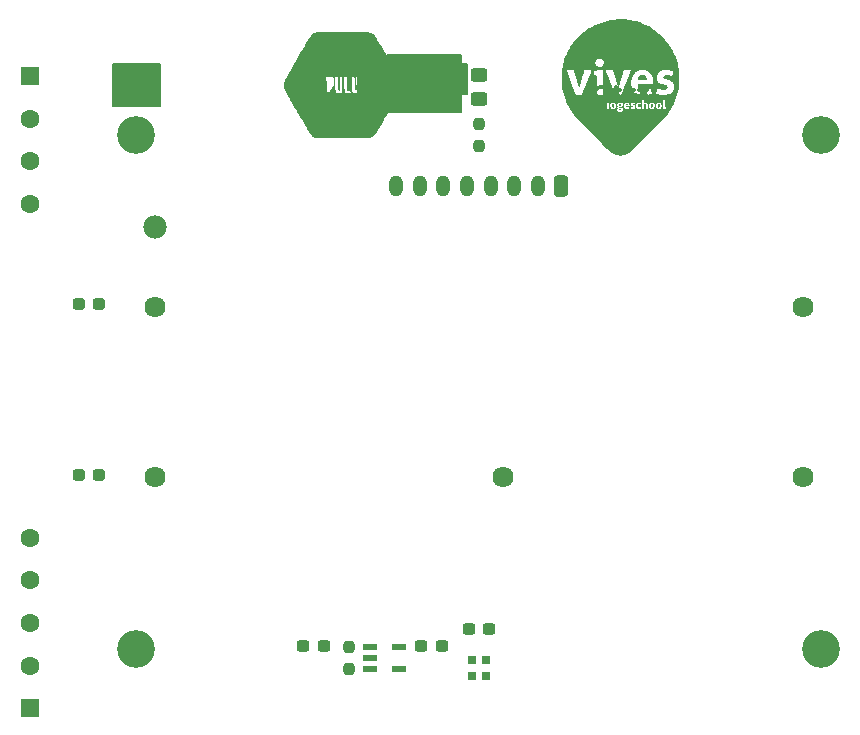
<source format=gbr>
%TF.GenerationSoftware,KiCad,Pcbnew,(5.99.0-12717-g57c7d663b0)*%
%TF.CreationDate,2021-10-22T11:27:59+02:00*%
%TF.ProjectId,Main_PCB,4d61696e-5f50-4434-922e-6b696361645f,rev?*%
%TF.SameCoordinates,Original*%
%TF.FileFunction,Soldermask,Top*%
%TF.FilePolarity,Negative*%
%FSLAX46Y46*%
G04 Gerber Fmt 4.6, Leading zero omitted, Abs format (unit mm)*
G04 Created by KiCad (PCBNEW (5.99.0-12717-g57c7d663b0)) date 2021-10-22 11:27:59*
%MOMM*%
%LPD*%
G01*
G04 APERTURE LIST*
G04 Aperture macros list*
%AMRoundRect*
0 Rectangle with rounded corners*
0 $1 Rounding radius*
0 $2 $3 $4 $5 $6 $7 $8 $9 X,Y pos of 4 corners*
0 Add a 4 corners polygon primitive as box body*
4,1,4,$2,$3,$4,$5,$6,$7,$8,$9,$2,$3,0*
0 Add four circle primitives for the rounded corners*
1,1,$1+$1,$2,$3*
1,1,$1+$1,$4,$5*
1,1,$1+$1,$6,$7*
1,1,$1+$1,$8,$9*
0 Add four rect primitives between the rounded corners*
20,1,$1+$1,$2,$3,$4,$5,0*
20,1,$1+$1,$4,$5,$6,$7,0*
20,1,$1+$1,$6,$7,$8,$9,0*
20,1,$1+$1,$8,$9,$2,$3,0*%
G04 Aperture macros list end*
%ADD10C,0.150000*%
%ADD11C,0.300000*%
%ADD12RoundRect,0.237500X-0.300000X-0.237500X0.300000X-0.237500X0.300000X0.237500X-0.300000X0.237500X0*%
%ADD13RoundRect,0.237500X-0.287500X-0.237500X0.287500X-0.237500X0.287500X0.237500X-0.287500X0.237500X0*%
%ADD14C,3.200000*%
%ADD15RoundRect,0.237500X-0.237500X0.250000X-0.237500X-0.250000X0.237500X-0.250000X0.237500X0.250000X0*%
%ADD16C,1.980000*%
%ADD17C,1.785000*%
%ADD18RoundRect,0.237500X0.300000X0.237500X-0.300000X0.237500X-0.300000X-0.237500X0.300000X-0.237500X0*%
%ADD19R,0.700000X0.750000*%
%ADD20R,1.200000X0.600000*%
%ADD21RoundRect,0.250000X-0.450000X0.325000X-0.450000X-0.325000X0.450000X-0.325000X0.450000X0.325000X0*%
%ADD22RoundRect,0.250000X0.350000X0.650000X-0.350000X0.650000X-0.350000X-0.650000X0.350000X-0.650000X0*%
%ADD23O,1.200000X1.800000*%
%ADD24RoundRect,0.250000X-0.550000X0.550000X-0.550000X-0.550000X0.550000X-0.550000X0.550000X0.550000X0*%
%ADD25C,1.600000*%
%ADD26RoundRect,0.250000X0.550000X-0.550000X0.550000X0.550000X-0.550000X0.550000X-0.550000X-0.550000X0*%
G04 APERTURE END LIST*
D10*
X176500000Y-70250000D02*
X180500000Y-70250000D01*
X180500000Y-70250000D02*
X180500000Y-73750000D01*
X180500000Y-73750000D02*
X176500000Y-73750000D01*
X176500000Y-73750000D02*
X176500000Y-70250000D01*
G36*
X176500000Y-70250000D02*
G01*
X180500000Y-70250000D01*
X180500000Y-73750000D01*
X176500000Y-73750000D01*
X176500000Y-70250000D01*
G37*
X199750000Y-69500000D02*
X206000000Y-69500000D01*
X206000000Y-69500000D02*
X206000000Y-74250000D01*
X206000000Y-74250000D02*
X199750000Y-74250000D01*
X199750000Y-74250000D02*
X199750000Y-69500000D01*
G36*
X199750000Y-69500000D02*
G01*
X206000000Y-69500000D01*
X206000000Y-74250000D01*
X199750000Y-74250000D01*
X199750000Y-69500000D01*
G37*
X197250000Y-70250000D02*
X206500000Y-70250000D01*
X206500000Y-70250000D02*
X206500000Y-72750000D01*
X206500000Y-72750000D02*
X197250000Y-72750000D01*
X197250000Y-72750000D02*
X197250000Y-70250000D01*
G36*
X197250000Y-70250000D02*
G01*
X206500000Y-70250000D01*
X206500000Y-72750000D01*
X197250000Y-72750000D01*
X197250000Y-70250000D01*
G37*
D11*
%TO.C,G\u002A\u002A\u002A*%
X218157428Y-72238000D02*
X218012285Y-72165428D01*
X217794571Y-72165428D01*
X217576857Y-72238000D01*
X217431714Y-72383142D01*
X217359142Y-72528285D01*
X217286571Y-72818571D01*
X217286571Y-73036285D01*
X217359142Y-73326571D01*
X217431714Y-73471714D01*
X217576857Y-73616857D01*
X217794571Y-73689428D01*
X217939714Y-73689428D01*
X218157428Y-73616857D01*
X218230000Y-73544285D01*
X218230000Y-73036285D01*
X217939714Y-73036285D01*
X219100857Y-72165428D02*
X219100857Y-72528285D01*
X218738000Y-72383142D02*
X219100857Y-72528285D01*
X219463714Y-72383142D01*
X218883142Y-72818571D02*
X219100857Y-72528285D01*
X219318571Y-72818571D01*
X220262000Y-72165428D02*
X220262000Y-72528285D01*
X219899142Y-72383142D02*
X220262000Y-72528285D01*
X220624857Y-72383142D01*
X220044285Y-72818571D02*
X220262000Y-72528285D01*
X220479714Y-72818571D01*
X221423142Y-72165428D02*
X221423142Y-72528285D01*
X221060285Y-72383142D02*
X221423142Y-72528285D01*
X221786000Y-72383142D01*
X221205428Y-72818571D02*
X221423142Y-72528285D01*
X221640857Y-72818571D01*
G36*
X220055044Y-73592074D02*
G01*
X220080490Y-73604315D01*
X220104153Y-73626592D01*
X220121639Y-73653625D01*
X220128553Y-73680135D01*
X220128554Y-73680403D01*
X220126449Y-73685791D01*
X220118456Y-73689421D01*
X220102058Y-73691619D01*
X220074737Y-73692710D01*
X220033978Y-73693019D01*
X220030980Y-73693020D01*
X219933405Y-73693020D01*
X219938844Y-73671351D01*
X219954763Y-73635863D01*
X219980638Y-73609079D01*
X220013062Y-73593323D01*
X220048627Y-73590921D01*
X220055044Y-73592074D01*
G37*
G36*
X219493906Y-74032324D02*
G01*
X219524944Y-74034597D01*
X219546847Y-74037864D01*
X219551630Y-74039245D01*
X219569264Y-74053236D01*
X219578817Y-74074799D01*
X219577807Y-74097101D01*
X219574876Y-74103230D01*
X219554046Y-74123071D01*
X219522112Y-74138269D01*
X219483627Y-74147995D01*
X219443146Y-74151424D01*
X219405222Y-74147729D01*
X219379125Y-74138751D01*
X219355810Y-74119524D01*
X219346944Y-74095358D01*
X219352982Y-74069314D01*
X219366170Y-74051752D01*
X219377245Y-74041998D01*
X219389342Y-74035989D01*
X219406547Y-74032830D01*
X219432945Y-74031628D01*
X219458818Y-74031472D01*
X219493906Y-74032324D01*
G37*
G36*
X218919343Y-73601426D02*
G01*
X218947673Y-73617299D01*
X218967499Y-73645011D01*
X218979411Y-73685455D01*
X218983996Y-73739525D01*
X218984087Y-73751606D01*
X218980473Y-73807699D01*
X218969688Y-73850197D01*
X218951307Y-73880141D01*
X218924910Y-73898573D01*
X218924344Y-73898812D01*
X218899525Y-73907774D01*
X218880671Y-73909134D01*
X218859535Y-73902894D01*
X218849895Y-73898838D01*
X218828241Y-73885470D01*
X218812081Y-73868947D01*
X218812073Y-73868934D01*
X218800005Y-73840143D01*
X218792397Y-73800893D01*
X218789360Y-73756247D01*
X218791007Y-73711265D01*
X218797451Y-73671010D01*
X218807088Y-73643685D01*
X218829963Y-73614544D01*
X218861114Y-73598981D01*
X218881920Y-73596499D01*
X218919343Y-73601426D01*
G37*
G36*
X219494926Y-73586431D02*
G01*
X219516777Y-73607402D01*
X219529044Y-73638572D01*
X219529864Y-73678137D01*
X219529744Y-73679057D01*
X219518503Y-73713341D01*
X219497177Y-73736871D01*
X219468607Y-73748104D01*
X219435636Y-73745494D01*
X219419417Y-73739040D01*
X219401757Y-73722726D01*
X219387737Y-73695704D01*
X219387432Y-73694838D01*
X219380494Y-73670539D01*
X219380481Y-73651034D01*
X219387394Y-73626667D01*
X219387432Y-73626558D01*
X219397854Y-73603172D01*
X219411897Y-73589838D01*
X219429914Y-73582306D01*
X219465350Y-73577464D01*
X219494926Y-73586431D01*
G37*
G36*
X222180802Y-73601391D02*
G01*
X222207212Y-73617707D01*
X222226613Y-73646915D01*
X222236783Y-73674997D01*
X222244220Y-73714801D01*
X222246102Y-73759419D01*
X222242685Y-73802950D01*
X222234227Y-73839494D01*
X222229105Y-73851587D01*
X222204898Y-73884043D01*
X222174046Y-73903188D01*
X222139026Y-73908056D01*
X222106248Y-73899546D01*
X222080513Y-73879213D01*
X222061874Y-73845063D01*
X222050701Y-73797928D01*
X222048007Y-73769343D01*
X222049118Y-73710691D01*
X222059280Y-73663340D01*
X222078079Y-73628028D01*
X222105100Y-73605490D01*
X222139928Y-73596463D01*
X222145470Y-73596319D01*
X222180802Y-73601391D01*
G37*
G36*
X221464663Y-71158477D02*
G01*
X221532432Y-71181775D01*
X221592252Y-71218891D01*
X221623389Y-71246955D01*
X221662436Y-71295903D01*
X221695674Y-71354893D01*
X221721017Y-71418922D01*
X221736385Y-71482987D01*
X221740110Y-71527331D01*
X221740229Y-71557550D01*
X220966625Y-71557550D01*
X220966625Y-71538694D01*
X220969866Y-71510502D01*
X220978595Y-71472638D01*
X220991322Y-71429955D01*
X221006556Y-71387308D01*
X221022807Y-71349552D01*
X221027660Y-71339900D01*
X221068844Y-71277425D01*
X221120280Y-71227317D01*
X221182071Y-71189509D01*
X221254317Y-71163932D01*
X221306959Y-71153831D01*
X221389366Y-71149121D01*
X221464663Y-71158477D01*
G37*
G36*
X215114212Y-73825373D02*
G01*
X214986206Y-73575708D01*
X214872925Y-73319586D01*
X214855926Y-73274291D01*
X214774433Y-73057142D01*
X214690794Y-72788514D01*
X214622070Y-72513836D01*
X214568324Y-72233247D01*
X214553072Y-72133724D01*
X214541398Y-72049205D01*
X214531860Y-71972096D01*
X214524263Y-71899293D01*
X214518408Y-71827693D01*
X214514099Y-71754191D01*
X214511139Y-71675685D01*
X214509331Y-71589069D01*
X214508478Y-71491240D01*
X214508344Y-71428616D01*
X214508635Y-71325016D01*
X214509721Y-71234322D01*
X214511813Y-71153337D01*
X214515122Y-71078861D01*
X214519860Y-71007696D01*
X214526236Y-70936642D01*
X214534463Y-70862501D01*
X214544752Y-70782073D01*
X214546177Y-70771859D01*
X214940282Y-70771859D01*
X215298382Y-71726776D01*
X215343339Y-71846655D01*
X215386989Y-71963035D01*
X215428967Y-72074947D01*
X215468912Y-72181426D01*
X215506460Y-72281505D01*
X215541248Y-72374217D01*
X215572914Y-72458594D01*
X215601095Y-72533671D01*
X215625428Y-72598480D01*
X215645550Y-72652055D01*
X215661098Y-72693428D01*
X215671710Y-72721633D01*
X215676993Y-72735626D01*
X215697503Y-72789558D01*
X215739282Y-72797886D01*
X215773574Y-72803730D01*
X215809845Y-72808471D01*
X215821352Y-72809592D01*
X215845258Y-72810620D01*
X215881802Y-72810991D01*
X215927701Y-72810780D01*
X215979673Y-72810066D01*
X216034436Y-72808924D01*
X216088708Y-72807431D01*
X216139207Y-72805664D01*
X216182651Y-72803700D01*
X216215758Y-72801615D01*
X216232001Y-72799995D01*
X216271964Y-72794511D01*
X216656186Y-71783185D01*
X216702578Y-71661024D01*
X216747343Y-71543054D01*
X216790150Y-71430148D01*
X216830670Y-71323178D01*
X216868575Y-71223017D01*
X216903534Y-71130538D01*
X216935218Y-71046612D01*
X216963298Y-70972113D01*
X216969042Y-70956842D01*
X217214129Y-70956842D01*
X217214459Y-71009674D01*
X217216000Y-71061369D01*
X217218696Y-71107853D01*
X217222490Y-71145048D01*
X217225605Y-71162690D01*
X217232213Y-71190894D01*
X217362839Y-71193109D01*
X217493465Y-71195323D01*
X217493465Y-71993155D01*
X217493503Y-72129361D01*
X217493625Y-72250241D01*
X217493840Y-72356586D01*
X217494157Y-72449186D01*
X217494588Y-72528833D01*
X217495142Y-72596317D01*
X217495829Y-72652429D01*
X217496659Y-72697959D01*
X217497642Y-72733699D01*
X217498787Y-72760440D01*
X217500105Y-72778971D01*
X217501606Y-72790084D01*
X217503300Y-72794569D01*
X217503538Y-72794708D01*
X217524525Y-72799312D01*
X217558851Y-72803207D01*
X217603751Y-72806361D01*
X217656460Y-72808742D01*
X217714216Y-72810315D01*
X217774252Y-72811050D01*
X217833806Y-72810913D01*
X217890112Y-72809871D01*
X217940407Y-72807892D01*
X217981927Y-72804943D01*
X218011906Y-72800992D01*
X218013230Y-72800731D01*
X218045464Y-72794238D01*
X218047509Y-71780960D01*
X218049550Y-70770020D01*
X218270251Y-70770020D01*
X218272750Y-70777696D01*
X218280585Y-70799584D01*
X218293429Y-70834807D01*
X218310957Y-70882487D01*
X218332842Y-70941747D01*
X218358760Y-71011710D01*
X218388383Y-71091497D01*
X218421387Y-71180233D01*
X218457445Y-71277038D01*
X218496230Y-71381036D01*
X218537419Y-71491350D01*
X218580683Y-71607102D01*
X218625699Y-71727414D01*
X218644699Y-71778159D01*
X218699160Y-71923377D01*
X218750255Y-72059199D01*
X218797790Y-72185122D01*
X218841571Y-72300643D01*
X218881405Y-72405259D01*
X218917097Y-72498465D01*
X218948455Y-72579759D01*
X218975284Y-72648637D01*
X218997391Y-72704596D01*
X219014582Y-72747132D01*
X219026664Y-72775743D01*
X219033442Y-72789925D01*
X219034586Y-72791425D01*
X219052198Y-72796643D01*
X219083392Y-72801096D01*
X219125646Y-72804743D01*
X219176442Y-72807543D01*
X219233259Y-72809455D01*
X219293577Y-72810438D01*
X219354877Y-72810450D01*
X219414639Y-72809450D01*
X219470343Y-72807398D01*
X219519469Y-72804252D01*
X219559324Y-72799995D01*
X219598502Y-72794511D01*
X219919968Y-71948382D01*
X219969216Y-71818756D01*
X220406843Y-71818756D01*
X220408666Y-71892508D01*
X220412736Y-71960584D01*
X220419051Y-72018655D01*
X220422008Y-72037024D01*
X220445629Y-72148006D01*
X220474597Y-72245886D01*
X220510101Y-72333135D01*
X220553335Y-72412224D01*
X220605490Y-72485621D01*
X220667757Y-72555799D01*
X220676523Y-72564680D01*
X220758759Y-72637917D01*
X220847548Y-72698872D01*
X220944357Y-72748225D01*
X221050649Y-72786658D01*
X221167890Y-72814851D01*
X221240610Y-72826658D01*
X221292408Y-72831921D01*
X221356086Y-72835494D01*
X221427494Y-72837377D01*
X221502483Y-72837568D01*
X221576905Y-72836068D01*
X221646610Y-72832875D01*
X221707449Y-72827991D01*
X221719015Y-72826714D01*
X221841931Y-72809218D01*
X221953555Y-72786550D01*
X222058129Y-72757828D01*
X222072302Y-72753321D01*
X222107711Y-72741988D01*
X222132779Y-72732639D01*
X222133641Y-72732093D01*
X222527752Y-72732093D01*
X222575187Y-72749850D01*
X222624010Y-72766178D01*
X222683438Y-72783044D01*
X222748065Y-72799131D01*
X222812487Y-72813121D01*
X222871298Y-72823696D01*
X222887854Y-72826116D01*
X222942294Y-72831716D01*
X223007274Y-72835523D01*
X223078509Y-72837536D01*
X223151718Y-72837751D01*
X223222616Y-72836167D01*
X223286921Y-72832782D01*
X223340350Y-72827594D01*
X223349347Y-72826341D01*
X223469484Y-72802241D01*
X223579977Y-72767326D01*
X223680191Y-72722102D01*
X223769489Y-72667076D01*
X223847236Y-72602757D01*
X223912795Y-72529650D01*
X223965530Y-72448263D01*
X224004806Y-72359103D01*
X224024996Y-72287670D01*
X224031069Y-72255654D01*
X224034690Y-72223622D01*
X224036100Y-72187072D01*
X224035539Y-72141504D01*
X224034454Y-72110385D01*
X224030865Y-72047203D01*
X224025110Y-71995764D01*
X224016227Y-71951739D01*
X224003254Y-71910801D01*
X223985232Y-71868619D01*
X223977017Y-71851681D01*
X223934362Y-71782024D01*
X223879855Y-71721789D01*
X223816173Y-71672013D01*
X223784883Y-71652144D01*
X223752646Y-71634169D01*
X223717176Y-71617168D01*
X223676184Y-71600221D01*
X223627385Y-71582409D01*
X223568490Y-71562813D01*
X223497212Y-71540513D01*
X223463724Y-71530329D01*
X223385266Y-71506137D01*
X223320946Y-71485052D01*
X223269255Y-71466311D01*
X223228686Y-71449146D01*
X223197732Y-71432794D01*
X223174886Y-71416488D01*
X223158640Y-71399464D01*
X223147486Y-71380957D01*
X223142001Y-71367012D01*
X223135918Y-71333756D01*
X223136279Y-71295917D01*
X223142442Y-71259866D01*
X223153767Y-71231971D01*
X223155905Y-71228837D01*
X223186388Y-71196959D01*
X223225538Y-71172994D01*
X223274919Y-71156429D01*
X223336091Y-71146754D01*
X223410618Y-71143454D01*
X223416371Y-71143449D01*
X223492379Y-71145996D01*
X223563973Y-71154002D01*
X223636313Y-71168379D01*
X223714560Y-71190040D01*
X223756699Y-71203614D01*
X223793213Y-71215699D01*
X223823960Y-71225650D01*
X223845842Y-71232481D01*
X223855760Y-71235204D01*
X223855920Y-71235215D01*
X223863883Y-71227823D01*
X223874864Y-71207360D01*
X223887986Y-71176392D01*
X223902375Y-71137488D01*
X223917157Y-71093215D01*
X223931455Y-71046141D01*
X223944395Y-70998835D01*
X223955101Y-70953863D01*
X223959894Y-70930122D01*
X223967571Y-70888515D01*
X223971486Y-70859733D01*
X223970283Y-70840666D01*
X223962606Y-70828201D01*
X223947097Y-70819229D01*
X223922400Y-70810637D01*
X223905457Y-70805280D01*
X223803107Y-70775044D01*
X223708438Y-70752566D01*
X223615603Y-70736846D01*
X223518750Y-70726888D01*
X223416371Y-70721815D01*
X223287508Y-70722377D01*
X223170947Y-70732180D01*
X223065556Y-70751562D01*
X222970201Y-70780865D01*
X222883749Y-70820427D01*
X222805066Y-70870590D01*
X222740485Y-70924585D01*
X222680764Y-70990109D01*
X222634381Y-71062367D01*
X222601005Y-71142278D01*
X222580307Y-71230758D01*
X222571958Y-71328726D01*
X222572722Y-71392054D01*
X222576596Y-71453835D01*
X222582715Y-71504060D01*
X222591970Y-71547235D01*
X222605248Y-71587864D01*
X222616965Y-71616188D01*
X222653316Y-71680115D01*
X222703401Y-71738240D01*
X222767556Y-71790796D01*
X222846116Y-71838012D01*
X222939415Y-71880121D01*
X223047790Y-71917353D01*
X223057773Y-71920319D01*
X223145610Y-71946398D01*
X223219282Y-71968997D01*
X223280210Y-71988742D01*
X223329814Y-72006256D01*
X223369516Y-72022163D01*
X223400736Y-72037086D01*
X223424895Y-72051650D01*
X223443414Y-72066478D01*
X223457713Y-72082195D01*
X223469214Y-72099424D01*
X223470399Y-72101491D01*
X223483469Y-72137152D01*
X223488874Y-72180034D01*
X223486254Y-72222992D01*
X223478041Y-72252844D01*
X223461792Y-72278605D01*
X223435345Y-72306919D01*
X223403149Y-72333608D01*
X223369915Y-72354363D01*
X223329774Y-72372083D01*
X223287179Y-72384776D01*
X223238732Y-72393027D01*
X223181037Y-72397426D01*
X223114182Y-72398568D01*
X223034125Y-72396252D01*
X222960483Y-72389110D01*
X222888145Y-72376245D01*
X222811999Y-72356757D01*
X222731545Y-72331315D01*
X222695882Y-72319386D01*
X222666407Y-72309800D01*
X222646098Y-72303505D01*
X222637931Y-72301450D01*
X222637897Y-72301471D01*
X222634685Y-72309104D01*
X222626948Y-72328431D01*
X222616010Y-72356131D01*
X222608426Y-72375476D01*
X222587040Y-72435725D01*
X222567439Y-72501322D01*
X222550917Y-72567155D01*
X222538769Y-72628113D01*
X222532639Y-72674660D01*
X222527752Y-72732093D01*
X222133641Y-72732093D01*
X222148866Y-72722450D01*
X222157332Y-72708599D01*
X222159537Y-72688263D01*
X222156839Y-72658621D01*
X222150598Y-72616850D01*
X222147561Y-72597081D01*
X222121032Y-72474040D01*
X222081019Y-72359359D01*
X222067230Y-72327028D01*
X222056491Y-72307447D01*
X222045520Y-72298546D01*
X222031035Y-72298253D01*
X222009754Y-72304499D01*
X221999624Y-72308010D01*
X221934966Y-72328016D01*
X221860168Y-72347046D01*
X221781203Y-72363707D01*
X221707995Y-72376038D01*
X221655133Y-72381768D01*
X221594647Y-72385155D01*
X221530310Y-72386278D01*
X221465893Y-72385217D01*
X221405167Y-72382051D01*
X221351903Y-72376858D01*
X221309874Y-72369718D01*
X221301047Y-72367496D01*
X221225487Y-72340636D01*
X221156492Y-72304388D01*
X221096475Y-72260479D01*
X221047851Y-72210635D01*
X221016957Y-72164282D01*
X220991358Y-72104470D01*
X220971325Y-72032934D01*
X220962569Y-71986659D01*
X220957150Y-71952411D01*
X221606014Y-71952411D01*
X221723645Y-71952395D01*
X221826198Y-71952334D01*
X221914710Y-71952205D01*
X221990219Y-71951986D01*
X222053765Y-71951654D01*
X222106385Y-71951186D01*
X222149118Y-71950561D01*
X222183000Y-71949755D01*
X222209072Y-71948748D01*
X222228371Y-71947515D01*
X222241934Y-71946035D01*
X222250801Y-71944285D01*
X222256009Y-71942243D01*
X222258597Y-71939886D01*
X222259325Y-71938309D01*
X222261398Y-71925494D01*
X222264068Y-71899879D01*
X222267039Y-71864757D01*
X222270018Y-71823420D01*
X222271079Y-71806957D01*
X222274347Y-71659685D01*
X222265134Y-71522539D01*
X222243406Y-71395404D01*
X222209126Y-71278165D01*
X222162259Y-71170709D01*
X222102770Y-71072921D01*
X222030624Y-70984685D01*
X222011126Y-70964622D01*
X221925733Y-70889535D01*
X221834027Y-70828513D01*
X221734115Y-70780473D01*
X221629070Y-70745654D01*
X221601464Y-70738505D01*
X221577069Y-70733176D01*
X221552763Y-70729400D01*
X221525427Y-70726909D01*
X221491940Y-70725438D01*
X221449184Y-70724717D01*
X221394037Y-70724481D01*
X221381631Y-70724469D01*
X221321029Y-70724653D01*
X221273384Y-70725447D01*
X221235543Y-70727070D01*
X221204351Y-70729743D01*
X221176654Y-70733685D01*
X221149296Y-70739118D01*
X221139401Y-70741369D01*
X221021949Y-70776263D01*
X220911911Y-70824763D01*
X220865504Y-70850478D01*
X220815298Y-70884437D01*
X220760781Y-70928698D01*
X220705718Y-70979619D01*
X220653874Y-71033555D01*
X220609014Y-71086862D01*
X220581506Y-71125332D01*
X220524646Y-71226897D01*
X220477580Y-71340513D01*
X220440695Y-71465145D01*
X220422008Y-71553521D01*
X220414848Y-71606709D01*
X220409934Y-71671529D01*
X220407265Y-71743653D01*
X220406843Y-71818756D01*
X219969216Y-71818756D01*
X219978995Y-71793018D01*
X220032561Y-71652021D01*
X220080928Y-71524691D01*
X220124357Y-71410327D01*
X220163111Y-71308230D01*
X220197451Y-71217700D01*
X220227639Y-71138036D01*
X220253936Y-71068540D01*
X220276605Y-71008510D01*
X220295906Y-70957246D01*
X220312102Y-70914050D01*
X220325454Y-70878221D01*
X220336224Y-70849058D01*
X220344674Y-70825862D01*
X220351066Y-70807933D01*
X220355660Y-70794571D01*
X220358720Y-70785076D01*
X220360506Y-70778748D01*
X220361280Y-70774887D01*
X220361304Y-70772792D01*
X220360840Y-70771765D01*
X220360150Y-70771105D01*
X220360137Y-70771093D01*
X220350566Y-70767898D01*
X220328814Y-70763261D01*
X220298664Y-70757939D01*
X220280243Y-70755051D01*
X220234960Y-70750080D01*
X220177742Y-70746579D01*
X220112708Y-70744565D01*
X220043974Y-70744060D01*
X219975658Y-70745084D01*
X219911877Y-70747656D01*
X219856749Y-70751796D01*
X219846070Y-70752933D01*
X219808243Y-70757639D01*
X219783384Y-70762049D01*
X219768394Y-70767077D01*
X219760169Y-70773635D01*
X219756993Y-70779123D01*
X219753714Y-70789192D01*
X219746314Y-70813637D01*
X219735118Y-70851344D01*
X219720449Y-70901196D01*
X219702635Y-70962078D01*
X219681998Y-71032876D01*
X219658865Y-71112475D01*
X219633560Y-71199759D01*
X219606409Y-71293613D01*
X219577736Y-71392922D01*
X219547866Y-71496571D01*
X219544230Y-71509200D01*
X219514267Y-71613215D01*
X219485489Y-71712969D01*
X219458218Y-71807354D01*
X219432776Y-71895260D01*
X219409486Y-71975579D01*
X219388671Y-72047201D01*
X219370652Y-72109016D01*
X219355752Y-72159916D01*
X219344294Y-72198792D01*
X219336600Y-72224534D01*
X219332992Y-72236033D01*
X219332844Y-72236413D01*
X219329465Y-72231452D01*
X219321763Y-72211075D01*
X219309770Y-72175383D01*
X219293517Y-72124476D01*
X219273034Y-72058457D01*
X219248353Y-71977426D01*
X219219505Y-71881485D01*
X219186521Y-71770735D01*
X219149432Y-71645277D01*
X219108922Y-71507439D01*
X218891098Y-70764419D01*
X218859112Y-70756338D01*
X218839635Y-70753613D01*
X218806700Y-70751430D01*
X218762956Y-70749781D01*
X218711051Y-70748660D01*
X218653636Y-70748059D01*
X218593359Y-70747970D01*
X218532869Y-70748388D01*
X218474815Y-70749305D01*
X218421847Y-70750714D01*
X218376614Y-70752608D01*
X218341765Y-70754979D01*
X218320151Y-70757778D01*
X218294614Y-70763403D01*
X218276452Y-70767915D01*
X218270251Y-70770020D01*
X218049550Y-70770020D01*
X218049555Y-70767682D01*
X217640561Y-70769770D01*
X217231568Y-70771859D01*
X217220980Y-70832297D01*
X217217332Y-70864078D01*
X217215068Y-70906952D01*
X217214129Y-70956842D01*
X216969042Y-70956842D01*
X216987446Y-70907913D01*
X217007331Y-70854883D01*
X217022624Y-70813898D01*
X217032996Y-70785829D01*
X217038119Y-70771548D01*
X217038621Y-70769850D01*
X217030422Y-70767883D01*
X217009749Y-70764187D01*
X216980075Y-70759360D01*
X216956917Y-70755795D01*
X216910634Y-70750321D01*
X216857286Y-70746505D01*
X216799135Y-70744264D01*
X216738440Y-70743516D01*
X216677462Y-70744176D01*
X216618462Y-70746164D01*
X216563699Y-70749395D01*
X216515436Y-70753788D01*
X216475931Y-70759259D01*
X216447446Y-70765726D01*
X216432242Y-70773106D01*
X216430796Y-70775051D01*
X216427701Y-70784513D01*
X216420486Y-70808373D01*
X216409471Y-70845535D01*
X216394974Y-70894902D01*
X216377313Y-70955379D01*
X216356808Y-71025870D01*
X216333777Y-71105278D01*
X216308538Y-71192509D01*
X216281411Y-71286464D01*
X216252714Y-71386050D01*
X216222766Y-71490170D01*
X216215581Y-71515178D01*
X216185463Y-71619874D01*
X216156557Y-71720057D01*
X216129175Y-71814656D01*
X216103633Y-71902601D01*
X216080245Y-71982821D01*
X216059323Y-72054244D01*
X216041183Y-72115800D01*
X216026137Y-72166418D01*
X216014500Y-72205028D01*
X216006585Y-72230557D01*
X216002707Y-72241937D01*
X216002401Y-72242446D01*
X215999570Y-72234897D01*
X215992538Y-72212940D01*
X215981623Y-72177637D01*
X215967142Y-72130050D01*
X215949415Y-72071240D01*
X215928758Y-72002270D01*
X215905490Y-71924201D01*
X215879927Y-71838096D01*
X215852389Y-71745018D01*
X215823192Y-71646026D01*
X215792655Y-71542185D01*
X215782382Y-71507186D01*
X215751435Y-71401839D01*
X215721700Y-71300892D01*
X215693498Y-71205417D01*
X215667150Y-71116488D01*
X215642975Y-71035177D01*
X215621295Y-70962557D01*
X215602430Y-70899700D01*
X215586701Y-70847680D01*
X215574427Y-70807569D01*
X215565930Y-70780441D01*
X215561530Y-70767367D01*
X215561041Y-70766327D01*
X215547385Y-70760812D01*
X215519962Y-70756092D01*
X215481105Y-70752188D01*
X215433144Y-70749122D01*
X215378413Y-70746914D01*
X215319241Y-70745585D01*
X215257962Y-70745156D01*
X215196906Y-70745648D01*
X215138405Y-70747083D01*
X215084792Y-70749480D01*
X215038397Y-70752862D01*
X215001552Y-70757248D01*
X214981927Y-70761122D01*
X214940282Y-70771859D01*
X214546177Y-70771859D01*
X214556645Y-70696814D01*
X214603882Y-70424029D01*
X214666722Y-70154077D01*
X214682363Y-70100717D01*
X217373299Y-70100717D01*
X217379450Y-70169321D01*
X217399005Y-70235748D01*
X217431972Y-70297793D01*
X217478354Y-70353247D01*
X217481357Y-70356121D01*
X217528222Y-70393755D01*
X217579808Y-70423889D01*
X217630463Y-70443290D01*
X217636468Y-70444804D01*
X217687515Y-70451853D01*
X217745137Y-70451910D01*
X217801534Y-70445269D01*
X217834327Y-70437350D01*
X217896336Y-70410280D01*
X217953078Y-70370285D01*
X218001785Y-70320145D01*
X218039692Y-70262640D01*
X218061689Y-70208921D01*
X218069458Y-70168961D01*
X218072990Y-70120115D01*
X218072283Y-70069048D01*
X218067338Y-70022424D01*
X218061689Y-69997106D01*
X218038177Y-69941338D01*
X218002711Y-69887213D01*
X217959046Y-69839987D01*
X217936017Y-69821122D01*
X217872355Y-69783757D01*
X217804113Y-69760820D01*
X217733555Y-69752175D01*
X217662942Y-69757684D01*
X217594537Y-69777209D01*
X217530602Y-69810612D01*
X217482637Y-69848696D01*
X217435222Y-69903928D01*
X217401191Y-69965814D01*
X217380548Y-70032146D01*
X217373299Y-70100717D01*
X214682363Y-70100717D01*
X214744776Y-69887795D01*
X214837654Y-69626024D01*
X214944965Y-69369600D01*
X215066321Y-69119363D01*
X215201331Y-68876152D01*
X215349605Y-68640805D01*
X215510754Y-68414162D01*
X215684388Y-68197060D01*
X215757679Y-68112595D01*
X215952986Y-67904656D01*
X216158107Y-67709352D01*
X216372556Y-67526921D01*
X216595849Y-67357600D01*
X216827502Y-67201626D01*
X217067030Y-67059237D01*
X217313949Y-66930670D01*
X217567773Y-66816162D01*
X217828019Y-66715952D01*
X218094202Y-66630275D01*
X218365837Y-66559371D01*
X218642440Y-66503475D01*
X218923527Y-66462826D01*
X219171579Y-66440032D01*
X219221607Y-66437489D01*
X219283783Y-66435664D01*
X219355372Y-66434527D01*
X219433637Y-66434051D01*
X219515841Y-66434208D01*
X219599250Y-66434969D01*
X219681126Y-66436307D01*
X219758734Y-66438193D01*
X219829336Y-66440598D01*
X219890197Y-66443496D01*
X219938581Y-66446858D01*
X219951269Y-66448056D01*
X220169995Y-66474177D01*
X220376708Y-66506327D01*
X220574567Y-66545095D01*
X220766731Y-66591067D01*
X220865895Y-66618140D01*
X221136443Y-66703043D01*
X221398640Y-66801472D01*
X221652973Y-66913691D01*
X221899935Y-67039964D01*
X222140014Y-67180555D01*
X222373700Y-67335727D01*
X222601484Y-67505745D01*
X222767672Y-67642245D01*
X222813624Y-67682879D01*
X222867877Y-67733131D01*
X222928015Y-67790578D01*
X222991623Y-67852799D01*
X223056285Y-67917373D01*
X223119588Y-67981878D01*
X223179114Y-68043893D01*
X223232450Y-68100995D01*
X223277180Y-68150765D01*
X223291886Y-68167801D01*
X223473849Y-68393555D01*
X223640918Y-68625408D01*
X223793134Y-68863461D01*
X223930539Y-69107812D01*
X224053175Y-69358562D01*
X224161086Y-69615808D01*
X224254313Y-69879652D01*
X224332898Y-70150192D01*
X224396883Y-70427527D01*
X224446312Y-70711758D01*
X224476531Y-70955106D01*
X224481411Y-71013516D01*
X224485611Y-71084843D01*
X224489080Y-71165900D01*
X224491767Y-71253499D01*
X224493622Y-71344452D01*
X224494594Y-71435573D01*
X224494634Y-71523673D01*
X224493690Y-71605566D01*
X224491713Y-71678064D01*
X224488864Y-71734835D01*
X224462229Y-72021912D01*
X224420831Y-72302683D01*
X224364564Y-72577542D01*
X224293323Y-72846885D01*
X224207001Y-73111107D01*
X224105493Y-73370603D01*
X223988693Y-73625769D01*
X223975337Y-73652728D01*
X223863231Y-73866161D01*
X223745631Y-74067462D01*
X223620531Y-74259518D01*
X223485929Y-74445219D01*
X223339819Y-74627450D01*
X223180199Y-74809100D01*
X223150454Y-74841338D01*
X223133711Y-74858912D01*
X223106110Y-74887307D01*
X223068205Y-74925966D01*
X223020550Y-74974332D01*
X222963699Y-75031848D01*
X222898208Y-75097956D01*
X222824632Y-75172099D01*
X222743524Y-75253720D01*
X222655439Y-75342261D01*
X222560932Y-75437166D01*
X222460558Y-75537876D01*
X222354871Y-75643835D01*
X222244427Y-75754486D01*
X222129778Y-75869270D01*
X222011481Y-75987631D01*
X221890090Y-76109012D01*
X221766159Y-76232855D01*
X221670264Y-76328628D01*
X221520760Y-76477912D01*
X221382201Y-76616258D01*
X221254124Y-76744109D01*
X221136062Y-76861909D01*
X221027549Y-76970101D01*
X220928121Y-77069127D01*
X220837311Y-77159431D01*
X220754654Y-77241456D01*
X220679685Y-77315646D01*
X220611938Y-77382442D01*
X220550947Y-77442289D01*
X220496248Y-77495629D01*
X220447374Y-77542906D01*
X220403860Y-77584562D01*
X220365240Y-77621040D01*
X220331049Y-77652785D01*
X220300822Y-77680239D01*
X220274093Y-77703844D01*
X220250396Y-77724045D01*
X220229265Y-77741283D01*
X220210237Y-77756003D01*
X220192843Y-77768648D01*
X220176621Y-77779659D01*
X220161103Y-77789482D01*
X220145824Y-77798558D01*
X220130319Y-77807331D01*
X220114122Y-77816244D01*
X220098252Y-77824924D01*
X219993921Y-77874933D01*
X219880244Y-77916350D01*
X219762469Y-77947423D01*
X219693401Y-77960160D01*
X219658526Y-77964063D01*
X219612369Y-77967167D01*
X219559114Y-77969396D01*
X219502944Y-77970676D01*
X219448044Y-77970931D01*
X219398596Y-77970085D01*
X219358786Y-77968064D01*
X219342862Y-77966469D01*
X219216401Y-77942848D01*
X219089684Y-77905387D01*
X218966718Y-77855589D01*
X218851508Y-77794955D01*
X218802307Y-77763896D01*
X218769753Y-77740504D01*
X218729968Y-77709453D01*
X218687311Y-77674276D01*
X218646144Y-77638510D01*
X218633597Y-77627150D01*
X218615208Y-77609791D01*
X218586263Y-77581783D01*
X218547387Y-77543750D01*
X218499204Y-77496317D01*
X218442336Y-77440111D01*
X218377407Y-77375757D01*
X218305041Y-77303880D01*
X218225862Y-77225107D01*
X218140492Y-77140062D01*
X218049557Y-77049372D01*
X217953679Y-76953661D01*
X217853482Y-76853556D01*
X217749589Y-76749682D01*
X217642625Y-76642665D01*
X217533212Y-76533129D01*
X217421975Y-76421702D01*
X217309537Y-76309008D01*
X217196521Y-76195673D01*
X217083552Y-76082322D01*
X216971253Y-75969582D01*
X216860247Y-75858077D01*
X216751158Y-75748434D01*
X216644610Y-75641277D01*
X216541226Y-75537233D01*
X216441630Y-75436927D01*
X216346445Y-75340984D01*
X216256296Y-75250031D01*
X216171806Y-75164693D01*
X216093597Y-75085595D01*
X216022295Y-75013362D01*
X215958522Y-74948622D01*
X215902903Y-74891998D01*
X215856060Y-74844118D01*
X215818618Y-74805605D01*
X215791200Y-74777086D01*
X215774429Y-74759187D01*
X215772221Y-74756726D01*
X215585947Y-74534256D01*
X215414146Y-74304783D01*
X215282202Y-74106498D01*
X219214422Y-74106498D01*
X219216074Y-74152310D01*
X219230225Y-74192726D01*
X219248766Y-74214320D01*
X219279406Y-74233946D01*
X219318129Y-74249423D01*
X219347831Y-74256609D01*
X219389704Y-74260896D01*
X219440037Y-74261318D01*
X219492357Y-74258210D01*
X219540193Y-74251907D01*
X219569713Y-74245142D01*
X219624852Y-74222415D01*
X219669358Y-74190998D01*
X219701849Y-74152436D01*
X219720938Y-74108276D01*
X219725635Y-74071021D01*
X219720628Y-74023791D01*
X219704862Y-73986165D01*
X219690850Y-73967981D01*
X219673769Y-73952195D01*
X219653752Y-73940358D01*
X219628108Y-73931794D01*
X219594149Y-73925824D01*
X219549186Y-73921771D01*
X219497334Y-73919211D01*
X219450127Y-73917174D01*
X219416451Y-73915012D01*
X219393722Y-73912341D01*
X219379354Y-73908773D01*
X219370766Y-73903924D01*
X219366936Y-73899736D01*
X219360270Y-73878086D01*
X219362436Y-73867503D01*
X219366528Y-73859780D01*
X219374059Y-73854495D01*
X219388042Y-73850957D01*
X219411493Y-73848473D01*
X219447424Y-73846352D01*
X219456571Y-73845901D01*
X219501351Y-73842960D01*
X219533953Y-73838737D01*
X219558306Y-73832533D01*
X219576661Y-73824550D01*
X219622757Y-73792507D01*
X219642286Y-73768268D01*
X219785423Y-73768268D01*
X219793556Y-73832869D01*
X219813489Y-73890889D01*
X219844434Y-73940414D01*
X219885605Y-73979525D01*
X219911682Y-73995573D01*
X219951643Y-74010077D01*
X220002539Y-74019257D01*
X220060010Y-74022872D01*
X220119698Y-74020681D01*
X220177242Y-74012444D01*
X220185386Y-74010680D01*
X220214559Y-74003604D01*
X220231332Y-73997570D01*
X220239110Y-73990462D01*
X220241296Y-73980162D01*
X220241371Y-73975874D01*
X220354188Y-73975874D01*
X220356726Y-73989641D01*
X220366264Y-73999876D01*
X220385684Y-74008350D01*
X220417871Y-74016832D01*
X220422684Y-74017924D01*
X220450404Y-74021378D01*
X220487909Y-74022505D01*
X220529255Y-74021499D01*
X220568498Y-74018556D01*
X220599693Y-74013870D01*
X220607530Y-74011879D01*
X220661009Y-73989115D01*
X220701571Y-73957139D01*
X220728842Y-73916418D01*
X220742446Y-73867421D01*
X220744012Y-73841646D01*
X220739242Y-73795661D01*
X220725495Y-73762067D01*
X220821289Y-73762067D01*
X220824494Y-73814459D01*
X220833161Y-73854992D01*
X220859541Y-73913903D01*
X220896076Y-73960310D01*
X220942818Y-73994269D01*
X220984138Y-74011454D01*
X221015443Y-74017674D01*
X221056868Y-74021126D01*
X221102650Y-74021778D01*
X221147023Y-74019596D01*
X221178254Y-74015355D01*
X221329091Y-74015355D01*
X221472894Y-74015355D01*
X221475613Y-73848144D01*
X221476688Y-73790902D01*
X221477950Y-73747414D01*
X221479623Y-73715320D01*
X221481929Y-73692256D01*
X221485091Y-73675861D01*
X221489332Y-73663773D01*
X221493798Y-73655374D01*
X221519054Y-73626443D01*
X221551352Y-73611944D01*
X221574904Y-73610038D01*
X221594813Y-73611840D01*
X221610489Y-73617129D01*
X221622429Y-73627612D01*
X221631130Y-73644998D01*
X221637088Y-73670994D01*
X221640801Y-73707311D01*
X221642767Y-73755655D01*
X221643481Y-73817735D01*
X221643528Y-73845870D01*
X221643528Y-74015355D01*
X221796637Y-74015355D01*
X221796637Y-73823417D01*
X221796438Y-73770670D01*
X221895079Y-73770670D01*
X221895230Y-73773476D01*
X221905413Y-73843747D01*
X221927156Y-73903455D01*
X221960144Y-73952146D01*
X222004065Y-73989366D01*
X222058605Y-74014663D01*
X222062512Y-74015884D01*
X222091430Y-74020866D01*
X222130087Y-74022516D01*
X222172491Y-74021012D01*
X222212651Y-74016535D01*
X222240400Y-74010567D01*
X222271383Y-73998534D01*
X222298940Y-73980168D01*
X222325404Y-73955436D01*
X222355901Y-73919351D01*
X222376898Y-73881725D01*
X222389729Y-73838698D01*
X222395727Y-73786407D01*
X222396583Y-73750241D01*
X222485629Y-73750241D01*
X222485841Y-73790896D01*
X222487043Y-73819900D01*
X222490080Y-73841718D01*
X222495801Y-73860815D01*
X222505050Y-73881657D01*
X222513898Y-73899321D01*
X222547301Y-73949678D01*
X222589511Y-73987893D01*
X222638873Y-74012517D01*
X222645706Y-74014637D01*
X222678412Y-74020314D01*
X222720240Y-74022372D01*
X222764634Y-74020926D01*
X222805038Y-74016090D01*
X222824984Y-74011507D01*
X222870711Y-73990419D01*
X222912442Y-73957240D01*
X222945464Y-73915982D01*
X222953048Y-73902471D01*
X222973619Y-73847428D01*
X222983983Y-73786551D01*
X222984368Y-73735767D01*
X223095200Y-73735767D01*
X223095631Y-73793301D01*
X223096783Y-73839428D01*
X223098817Y-73875719D01*
X223101897Y-73903743D01*
X223106186Y-73925070D01*
X223111845Y-73941269D01*
X223119037Y-73953910D01*
X223127926Y-73964562D01*
X223136545Y-73972869D01*
X223161353Y-73992675D01*
X223186395Y-74005154D01*
X223216259Y-74011639D01*
X223255534Y-74013461D01*
X223275349Y-74013172D01*
X223347875Y-74011326D01*
X223350475Y-73979447D01*
X223350905Y-73950603D01*
X223348464Y-73923118D01*
X223348095Y-73921024D01*
X223343736Y-73904376D01*
X223335580Y-73896710D01*
X223318463Y-73894566D01*
X223308467Y-73894479D01*
X223279552Y-73891010D01*
X223260274Y-73879431D01*
X223258467Y-73877529D01*
X223254450Y-73872239D01*
X223251157Y-73865031D01*
X223248487Y-73854283D01*
X223246340Y-73838373D01*
X223244615Y-73815678D01*
X223243211Y-73784576D01*
X223242028Y-73743444D01*
X223240964Y-73690659D01*
X223239919Y-73624600D01*
X223239087Y-73565267D01*
X223235058Y-73269955D01*
X223098065Y-73269955D01*
X223095847Y-73580203D01*
X223095326Y-73665258D01*
X223095200Y-73735767D01*
X222984368Y-73735767D01*
X222984461Y-73723580D01*
X222975377Y-73662251D01*
X222957053Y-73606306D01*
X222929813Y-73559482D01*
X222922695Y-73550820D01*
X222900733Y-73530492D01*
X222872324Y-73510068D01*
X222857039Y-73501116D01*
X222836636Y-73491177D01*
X222817856Y-73484831D01*
X222796127Y-73481291D01*
X222766875Y-73479769D01*
X222731409Y-73479473D01*
X222690743Y-73479979D01*
X222661891Y-73481928D01*
X222640573Y-73485968D01*
X222622504Y-73492745D01*
X222613479Y-73497293D01*
X222563267Y-73533060D01*
X222523663Y-73580943D01*
X222506443Y-73612387D01*
X222497241Y-73633632D01*
X222491212Y-73653324D01*
X222487703Y-73675795D01*
X222486061Y-73705373D01*
X222485630Y-73746389D01*
X222485629Y-73750241D01*
X222396583Y-73750241D01*
X222396602Y-73749429D01*
X222394048Y-73689751D01*
X222385507Y-73641721D01*
X222369659Y-73601561D01*
X222345183Y-73565492D01*
X222324422Y-73542849D01*
X222285363Y-73510451D01*
X222242707Y-73489363D01*
X222192672Y-73478190D01*
X222141987Y-73475444D01*
X222077237Y-73482306D01*
X222021157Y-73502336D01*
X221974441Y-73534695D01*
X221937781Y-73578545D01*
X221911872Y-73633050D01*
X221897406Y-73697371D01*
X221895079Y-73770670D01*
X221796438Y-73770670D01*
X221796385Y-73756508D01*
X221795554Y-73703596D01*
X221794033Y-73662568D01*
X221791711Y-73631311D01*
X221788476Y-73607712D01*
X221784351Y-73590106D01*
X221764287Y-73543284D01*
X221735252Y-73509170D01*
X221696460Y-73487269D01*
X221647123Y-73477087D01*
X221603968Y-73476771D01*
X221570155Y-73479874D01*
X221545620Y-73485989D01*
X221523550Y-73497231D01*
X221511072Y-73505603D01*
X221474699Y-73531241D01*
X221470273Y-73269955D01*
X221333281Y-73269955D01*
X221329091Y-74015355D01*
X221178254Y-74015355D01*
X221184226Y-74014544D01*
X221192259Y-74012692D01*
X221214296Y-74006217D01*
X221224807Y-73998668D01*
X221227913Y-73985110D01*
X221227901Y-73970023D01*
X221224734Y-73941182D01*
X221217785Y-73914059D01*
X221216576Y-73910937D01*
X221208251Y-73894151D01*
X221198345Y-73888550D01*
X221180351Y-73890991D01*
X221176905Y-73891775D01*
X221152528Y-73895473D01*
X221120486Y-73897910D01*
X221098149Y-73898481D01*
X221053009Y-73893322D01*
X221018692Y-73877323D01*
X220994619Y-73849781D01*
X220980210Y-73809995D01*
X220974884Y-73757264D01*
X220974828Y-73749429D01*
X220979965Y-73694115D01*
X220995114Y-73651404D01*
X221020255Y-73621320D01*
X221055363Y-73603885D01*
X221100418Y-73599124D01*
X221115705Y-73600154D01*
X221154183Y-73604066D01*
X221179682Y-73606006D01*
X221195292Y-73605233D01*
X221204103Y-73601003D01*
X221209206Y-73592575D01*
X221213691Y-73579207D01*
X221214610Y-73576401D01*
X221220995Y-73549401D01*
X221223091Y-73523893D01*
X221222856Y-73519993D01*
X221219421Y-73504337D01*
X221210048Y-73494913D01*
X221190228Y-73487773D01*
X221184201Y-73486165D01*
X221158153Y-73481499D01*
X221123070Y-73477929D01*
X221086030Y-73476152D01*
X221081759Y-73476092D01*
X221013760Y-73481280D01*
X220956261Y-73498508D01*
X220908680Y-73528111D01*
X220870438Y-73570425D01*
X220846980Y-73611900D01*
X220832876Y-73654733D01*
X220824198Y-73706806D01*
X220821289Y-73762067D01*
X220725495Y-73762067D01*
X220724014Y-73758449D01*
X220696953Y-73728459D01*
X220656682Y-73704143D01*
X220604699Y-73684816D01*
X220565175Y-73672091D01*
X220538935Y-73661446D01*
X220523541Y-73651431D01*
X220516553Y-73640594D01*
X220515356Y-73631677D01*
X220522288Y-73610061D01*
X220541825Y-73595917D01*
X220572080Y-73589672D01*
X220611163Y-73591751D01*
X220651887Y-73600958D01*
X220676424Y-73606843D01*
X220694507Y-73608602D01*
X220700600Y-73607002D01*
X220709213Y-73591122D01*
X220717469Y-73566338D01*
X220723312Y-73539774D01*
X220724873Y-73522902D01*
X220722744Y-73507930D01*
X220713548Y-73498519D01*
X220693077Y-73490607D01*
X220690625Y-73489857D01*
X220667738Y-73485407D01*
X220634125Y-73481911D01*
X220595169Y-73479838D01*
X220571764Y-73479473D01*
X220531040Y-73479980D01*
X220501846Y-73481973D01*
X220479616Y-73486158D01*
X220459782Y-73493242D01*
X220448342Y-73498581D01*
X220407799Y-73526717D01*
X220379995Y-73564593D01*
X220365439Y-73611448D01*
X220363961Y-73624106D01*
X220365250Y-73673539D01*
X220378678Y-73713997D01*
X220405081Y-73746555D01*
X220445295Y-73772289D01*
X220493031Y-73790222D01*
X220536850Y-73804129D01*
X220566931Y-73816116D01*
X220585357Y-73827359D01*
X220594206Y-73839035D01*
X220595816Y-73848351D01*
X220591392Y-73871285D01*
X220576041Y-73887520D01*
X220566250Y-73893273D01*
X220543516Y-73899656D01*
X220510908Y-73902157D01*
X220474164Y-73900886D01*
X220439024Y-73895953D01*
X220418655Y-73890450D01*
X220397662Y-73883204D01*
X220384285Y-73878889D01*
X220382137Y-73878363D01*
X220377570Y-73885400D01*
X220371084Y-73903141D01*
X220364128Y-73926527D01*
X220358152Y-73950502D01*
X220354605Y-73970007D01*
X220354188Y-73975874D01*
X220241371Y-73975874D01*
X220241371Y-73975853D01*
X220239308Y-73959331D01*
X220234102Y-73936399D01*
X220227232Y-73912098D01*
X220220176Y-73891470D01*
X220214410Y-73879558D01*
X220212802Y-73878363D01*
X220204097Y-73880231D01*
X220184444Y-73885078D01*
X220163516Y-73890450D01*
X220105277Y-73900805D01*
X220052838Y-73900697D01*
X220007974Y-73890683D01*
X219972456Y-73871320D01*
X219948058Y-73843164D01*
X219938883Y-73819939D01*
X219933405Y-73797779D01*
X220265239Y-73797779D01*
X220270517Y-73776751D01*
X220273453Y-73748485D01*
X220271892Y-73710955D01*
X220266571Y-73670143D01*
X220258229Y-73632027D01*
X220249507Y-73606648D01*
X220219591Y-73555504D01*
X220180512Y-73517370D01*
X220131716Y-73491878D01*
X220072654Y-73478663D01*
X220055008Y-73477160D01*
X219988614Y-73480074D01*
X219930190Y-73496760D01*
X219880511Y-73526572D01*
X219840351Y-73568858D01*
X219810488Y-73622972D01*
X219791696Y-73688263D01*
X219789876Y-73699005D01*
X219785423Y-73768268D01*
X219642286Y-73768268D01*
X219654808Y-73752725D01*
X219672578Y-73705622D01*
X219675831Y-73651616D01*
X219675622Y-73648907D01*
X219671930Y-73604378D01*
X219749810Y-73604378D01*
X219749810Y-73481506D01*
X219706542Y-73485095D01*
X219671791Y-73491374D01*
X219644251Y-73502759D01*
X219640669Y-73505149D01*
X219618064Y-73521615D01*
X219573575Y-73501247D01*
X219517667Y-73482918D01*
X219458425Y-73476198D01*
X219399689Y-73480745D01*
X219345294Y-73496218D01*
X219299079Y-73522276D01*
X219294276Y-73526089D01*
X219261698Y-73562729D01*
X219241330Y-73606730D01*
X219233367Y-73654713D01*
X219238005Y-73703296D01*
X219255439Y-73749099D01*
X219279482Y-73782277D01*
X219298874Y-73803038D01*
X219281766Y-73818521D01*
X219257455Y-73849521D01*
X219244062Y-73886071D01*
X219242134Y-73923819D01*
X219252215Y-73958418D01*
X219262299Y-73973618D01*
X219282466Y-73997585D01*
X219254963Y-74025088D01*
X219227524Y-74063146D01*
X219214422Y-74106498D01*
X215282202Y-74106498D01*
X215256879Y-74068443D01*
X215225720Y-74015355D01*
X218065610Y-74015355D01*
X218217572Y-74015355D01*
X218220160Y-73842668D01*
X218221118Y-73785192D01*
X218222191Y-73741542D01*
X218223608Y-73709429D01*
X218225596Y-73686563D01*
X218228384Y-73670654D01*
X218232200Y-73659414D01*
X218237272Y-73650552D01*
X218239634Y-73647253D01*
X218262535Y-73626398D01*
X218291731Y-73613017D01*
X218321117Y-73609347D01*
X218335156Y-73612281D01*
X218349928Y-73619044D01*
X218361419Y-73628061D01*
X218370074Y-73641315D01*
X218376343Y-73660792D01*
X218380673Y-73688473D01*
X218383512Y-73726344D01*
X218385307Y-73776387D01*
X218386493Y-73839704D01*
X218389071Y-74015355D01*
X218532995Y-74015355D01*
X218532917Y-73807852D01*
X218532845Y-73747765D01*
X218637754Y-73747765D01*
X218643253Y-73822481D01*
X218659697Y-73885438D01*
X218687010Y-73936556D01*
X218725114Y-73975753D01*
X218773932Y-74002949D01*
X218833388Y-74018064D01*
X218899651Y-74021159D01*
X218937748Y-74019131D01*
X218965448Y-74015262D01*
X218988465Y-74008264D01*
X219012510Y-73996848D01*
X219016211Y-73994863D01*
X219062891Y-73962061D01*
X219097865Y-73920062D01*
X219121585Y-73867951D01*
X219134502Y-73804814D01*
X219137373Y-73749429D01*
X219132520Y-73678386D01*
X219117530Y-73619068D01*
X219091765Y-73570176D01*
X219054583Y-73530410D01*
X219016498Y-73504472D01*
X218995412Y-73493168D01*
X218977399Y-73485905D01*
X218957877Y-73481794D01*
X218932268Y-73479949D01*
X218895990Y-73479480D01*
X218887564Y-73479473D01*
X218848778Y-73479779D01*
X218821537Y-73481289D01*
X218801272Y-73484891D01*
X218783414Y-73491473D01*
X218763394Y-73501923D01*
X218758830Y-73504498D01*
X218711776Y-73538303D01*
X218676819Y-73580102D01*
X218653309Y-73631202D01*
X218640595Y-73692910D01*
X218637754Y-73747765D01*
X218532845Y-73747765D01*
X218532841Y-73744461D01*
X218532553Y-73694973D01*
X218531883Y-73657173D01*
X218530659Y-73628848D01*
X218528710Y-73607784D01*
X218525865Y-73591767D01*
X218521954Y-73578583D01*
X218516804Y-73566017D01*
X218513717Y-73559284D01*
X218491695Y-73523359D01*
X218463041Y-73498799D01*
X218424963Y-73483901D01*
X218379093Y-73477258D01*
X218326498Y-73478311D01*
X218281526Y-73488891D01*
X218246960Y-73508216D01*
X218237837Y-73516900D01*
X218232243Y-73522548D01*
X218228148Y-73523870D01*
X218225219Y-73518866D01*
X218223126Y-73505536D01*
X218221534Y-73481880D01*
X218220113Y-73445898D01*
X218218719Y-73401779D01*
X218214689Y-73269955D01*
X218158449Y-73267530D01*
X218127208Y-73266940D01*
X218100216Y-73267756D01*
X218083909Y-73269698D01*
X218065610Y-73274291D01*
X218065610Y-74015355D01*
X215225720Y-74015355D01*
X215114212Y-73825373D01*
G37*
G36*
X222763104Y-73598522D02*
G01*
X222781840Y-73607422D01*
X222796415Y-73621072D01*
X222814107Y-73645677D01*
X222825227Y-73676236D01*
X222830659Y-73716185D01*
X222831498Y-73757487D01*
X222826624Y-73813958D01*
X222813517Y-73856719D01*
X222793628Y-73884583D01*
X222765028Y-73901148D01*
X222730393Y-73906658D01*
X222696241Y-73900169D01*
X222693653Y-73899072D01*
X222669240Y-73882001D01*
X222652043Y-73854786D01*
X222641264Y-73815623D01*
X222636441Y-73769575D01*
X222637087Y-73708666D01*
X222646454Y-73661157D01*
X222664682Y-73626802D01*
X222691915Y-73605357D01*
X222728293Y-73596577D01*
X222736853Y-73596319D01*
X222763104Y-73598522D01*
G37*
%TO.C,*%
G36*
X196208772Y-67490801D02*
G01*
X196380390Y-67491023D01*
X196547956Y-67491397D01*
X196709721Y-67491924D01*
X196863933Y-67492602D01*
X197008842Y-67493433D01*
X197142697Y-67494415D01*
X197263748Y-67495549D01*
X197370243Y-67496835D01*
X197460432Y-67498273D01*
X197532564Y-67499862D01*
X197539296Y-67500046D01*
X197705989Y-67505327D01*
X197854177Y-67511654D01*
X197985344Y-67519504D01*
X198100978Y-67529358D01*
X198202562Y-67541692D01*
X198291585Y-67556988D01*
X198369531Y-67575722D01*
X198437886Y-67598375D01*
X198498137Y-67625424D01*
X198551769Y-67657349D01*
X198600268Y-67694629D01*
X198645120Y-67737743D01*
X198687811Y-67787168D01*
X198729828Y-67843385D01*
X198764894Y-67895000D01*
X198809036Y-67963562D01*
X198862734Y-68049519D01*
X198925911Y-68152741D01*
X198998488Y-68273095D01*
X199080388Y-68410450D01*
X199171534Y-68564674D01*
X199271849Y-68735636D01*
X199381254Y-68923205D01*
X199499672Y-69127248D01*
X199627026Y-69347634D01*
X199763238Y-69584232D01*
X199887078Y-69800000D01*
X200013138Y-70020087D01*
X200129498Y-70223657D01*
X200236533Y-70411467D01*
X200334620Y-70584277D01*
X200424133Y-70742844D01*
X200505449Y-70887928D01*
X200578944Y-71020287D01*
X200644992Y-71140680D01*
X200703969Y-71249865D01*
X200756251Y-71348601D01*
X200802214Y-71437647D01*
X200842233Y-71517761D01*
X200876683Y-71589702D01*
X200905941Y-71654228D01*
X200930382Y-71712099D01*
X200950381Y-71764073D01*
X200966315Y-71810908D01*
X200978558Y-71853364D01*
X200987486Y-71892198D01*
X200993476Y-71928169D01*
X200996902Y-71962037D01*
X200998140Y-71994559D01*
X200997566Y-72026495D01*
X200996787Y-72041367D01*
X200994615Y-72069332D01*
X200991335Y-72097501D01*
X200986586Y-72126571D01*
X200980005Y-72157239D01*
X200971232Y-72190202D01*
X200959906Y-72226157D01*
X200945665Y-72265802D01*
X200928148Y-72309834D01*
X200906994Y-72358950D01*
X200881841Y-72413847D01*
X200852329Y-72475223D01*
X200818096Y-72543774D01*
X200778781Y-72620198D01*
X200734022Y-72705192D01*
X200683458Y-72799453D01*
X200626729Y-72903678D01*
X200563472Y-73018565D01*
X200493328Y-73144810D01*
X200415933Y-73283111D01*
X200330928Y-73434165D01*
X200237950Y-73598670D01*
X200136639Y-73777322D01*
X200026633Y-73970819D01*
X199907572Y-74179857D01*
X199779093Y-74405134D01*
X199702123Y-74540000D01*
X199585360Y-74744516D01*
X199478018Y-74932404D01*
X199379616Y-75104410D01*
X199289672Y-75261284D01*
X199207704Y-75403772D01*
X199133230Y-75532622D01*
X199065769Y-75648582D01*
X199004838Y-75752400D01*
X198949957Y-75844822D01*
X198900643Y-75926597D01*
X198856415Y-75998473D01*
X198816791Y-76061197D01*
X198781289Y-76115516D01*
X198749427Y-76162179D01*
X198720724Y-76201932D01*
X198694699Y-76235525D01*
X198670868Y-76263704D01*
X198648752Y-76287216D01*
X198627867Y-76306811D01*
X198607732Y-76323234D01*
X198587866Y-76337235D01*
X198567787Y-76349560D01*
X198547012Y-76360958D01*
X198525061Y-76372176D01*
X198520000Y-76374707D01*
X198452208Y-76407295D01*
X198390315Y-76433781D01*
X198330801Y-76454935D01*
X198270151Y-76471532D01*
X198204849Y-76484343D01*
X198131376Y-76494141D01*
X198046217Y-76501697D01*
X197945855Y-76507785D01*
X197905000Y-76509781D01*
X197850595Y-76511804D01*
X197780496Y-76513528D01*
X197694419Y-76514954D01*
X197592079Y-76516080D01*
X197473192Y-76516906D01*
X197337475Y-76517431D01*
X197184642Y-76517656D01*
X197014410Y-76517580D01*
X196826495Y-76517203D01*
X196620612Y-76516523D01*
X196396477Y-76515542D01*
X196153806Y-76514257D01*
X195892316Y-76512670D01*
X195611720Y-76510779D01*
X195311737Y-76508585D01*
X194992080Y-76506086D01*
X194944563Y-76505702D01*
X193624127Y-76495000D01*
X193525029Y-76420000D01*
X193467239Y-76375358D01*
X193421565Y-76337359D01*
X193383505Y-76301519D01*
X193348555Y-76263356D01*
X193312214Y-76218384D01*
X193280923Y-76176936D01*
X193243332Y-76124969D01*
X193202025Y-76065323D01*
X193156587Y-75997306D01*
X193106603Y-75920228D01*
X193051659Y-75833398D01*
X192991341Y-75736127D01*
X192925234Y-75627724D01*
X192852923Y-75507498D01*
X192773993Y-75374760D01*
X192688031Y-75228818D01*
X192594622Y-75068982D01*
X192493351Y-74894562D01*
X192383803Y-74704868D01*
X192265565Y-74499209D01*
X192138221Y-74276895D01*
X192102837Y-74215000D01*
X191989590Y-74016649D01*
X191885876Y-73834609D01*
X191791156Y-73667911D01*
X191704891Y-73515586D01*
X191626544Y-73376666D01*
X191555575Y-73250182D01*
X191491446Y-73135165D01*
X191433619Y-73030647D01*
X191381556Y-72935658D01*
X191334717Y-72849231D01*
X191292564Y-72770397D01*
X191254560Y-72698187D01*
X191220164Y-72631631D01*
X191193976Y-72580000D01*
X191134944Y-72459639D01*
X191086520Y-72352715D01*
X191048733Y-72256537D01*
X191021610Y-72168416D01*
X191005183Y-72085664D01*
X190999482Y-72005591D01*
X191004531Y-71925507D01*
X191020365Y-71842724D01*
X191047011Y-71754552D01*
X191084499Y-71658301D01*
X191132857Y-71551284D01*
X191192115Y-71430810D01*
X191206814Y-71401848D01*
X191238907Y-71340073D01*
X191261821Y-71297061D01*
X194587020Y-71297061D01*
X194593993Y-71431030D01*
X194602307Y-71577066D01*
X194612778Y-71738340D01*
X194625074Y-71910246D01*
X194638865Y-72088178D01*
X194653819Y-72267531D01*
X194655769Y-72290000D01*
X194664107Y-72382998D01*
X194671523Y-72458191D01*
X194678463Y-72517725D01*
X194685372Y-72563749D01*
X194692693Y-72598409D01*
X194700873Y-72623854D01*
X194710356Y-72642231D01*
X194721587Y-72655687D01*
X194733528Y-72665346D01*
X194757485Y-72677759D01*
X194780958Y-72677280D01*
X194809531Y-72665242D01*
X194833337Y-72648072D01*
X194855218Y-72620862D01*
X194876933Y-72580725D01*
X194900241Y-72524775D01*
X194908252Y-72503259D01*
X194943546Y-72422195D01*
X194990267Y-72343297D01*
X195050859Y-72262833D01*
X195109476Y-72196422D01*
X195144003Y-72157558D01*
X195174923Y-72119410D01*
X195198605Y-72086663D01*
X195210579Y-72066018D01*
X195226117Y-72017063D01*
X195237388Y-71952959D01*
X195244489Y-71877787D01*
X195247516Y-71795628D01*
X195246566Y-71710565D01*
X195241734Y-71626677D01*
X195233116Y-71548047D01*
X195220809Y-71478757D01*
X195204909Y-71422887D01*
X195194886Y-71399780D01*
X195176606Y-71374871D01*
X195148812Y-71354355D01*
X195109814Y-71337827D01*
X195057923Y-71324882D01*
X194991450Y-71315115D01*
X194908703Y-71308121D01*
X194807993Y-71303495D01*
X194791010Y-71302974D01*
X194688411Y-71300000D01*
X195300000Y-71300000D01*
X195300104Y-71372500D01*
X195300659Y-71412582D01*
X195302145Y-71468643D01*
X195304424Y-71537653D01*
X195307360Y-71616581D01*
X195310818Y-71702395D01*
X195314659Y-71792065D01*
X195318748Y-71882560D01*
X195322948Y-71970849D01*
X195327123Y-72053901D01*
X195331137Y-72128685D01*
X195334852Y-72192170D01*
X195338132Y-72241326D01*
X195340519Y-72270000D01*
X195354432Y-72377718D01*
X195373072Y-72470818D01*
X195396054Y-72547964D01*
X195422993Y-72607818D01*
X195447943Y-72643252D01*
X195479041Y-72668113D01*
X195521225Y-72689583D01*
X195555000Y-72700649D01*
X195591152Y-72705977D01*
X195638750Y-72708440D01*
X195690100Y-72708099D01*
X195737506Y-72705021D01*
X195773274Y-72699270D01*
X195775000Y-72698809D01*
X195823229Y-72679686D01*
X195860873Y-72650637D01*
X195889701Y-72609178D01*
X195911482Y-72552823D01*
X195926818Y-72485690D01*
X195932043Y-72443764D01*
X195936035Y-72384841D01*
X195938843Y-72311884D01*
X195940513Y-72227855D01*
X195941093Y-72135717D01*
X195940630Y-72038432D01*
X195939171Y-71938962D01*
X195936763Y-71840269D01*
X195933454Y-71745317D01*
X195931017Y-71693661D01*
X196075331Y-71693661D01*
X196075358Y-71755000D01*
X196075845Y-71872201D01*
X196077164Y-71971442D01*
X196079495Y-72054748D01*
X196083017Y-72124147D01*
X196087910Y-72181668D01*
X196094352Y-72229338D01*
X196102524Y-72269185D01*
X196112603Y-72303236D01*
X196124770Y-72333518D01*
X196126919Y-72338141D01*
X196137635Y-72361860D01*
X196144584Y-72382259D01*
X196148273Y-72404176D01*
X196149213Y-72432450D01*
X196147911Y-72471919D01*
X196145561Y-72515459D01*
X196142753Y-72575530D01*
X196143790Y-72618832D01*
X196150979Y-72648540D01*
X196166629Y-72667824D01*
X196193049Y-72679857D01*
X196232546Y-72687813D01*
X196275000Y-72693361D01*
X196311551Y-72696256D01*
X196358886Y-72697821D01*
X196412261Y-72698151D01*
X196466929Y-72697340D01*
X196518144Y-72695481D01*
X196561163Y-72692668D01*
X196591238Y-72688995D01*
X196599739Y-72686935D01*
X196626979Y-72672048D01*
X196646605Y-72651846D01*
X196647653Y-72650000D01*
X196657589Y-72612452D01*
X196654567Y-72569597D01*
X196639947Y-72530093D01*
X196625896Y-72511322D01*
X196614697Y-72500912D01*
X196602962Y-72493587D01*
X196587023Y-72488697D01*
X196563212Y-72485596D01*
X196527858Y-72483635D01*
X196477293Y-72482166D01*
X196458328Y-72481718D01*
X196317055Y-72478436D01*
X196323546Y-72316718D01*
X196325719Y-72261067D01*
X196328389Y-72190329D01*
X196331376Y-72109402D01*
X196334501Y-72023189D01*
X196337582Y-71936589D01*
X196339735Y-71875000D01*
X196342612Y-71792380D01*
X196345596Y-71707518D01*
X196346118Y-71692805D01*
X196750909Y-71692805D01*
X196751135Y-71784362D01*
X196752207Y-71879318D01*
X196754093Y-71975304D01*
X196756759Y-72069953D01*
X196760173Y-72160898D01*
X196764302Y-72245770D01*
X196769113Y-72322204D01*
X196774574Y-72387830D01*
X196780651Y-72440281D01*
X196784650Y-72464810D01*
X196793651Y-72505336D01*
X196803880Y-72541675D01*
X196813179Y-72566198D01*
X196813493Y-72566809D01*
X196847983Y-72612768D01*
X196897432Y-72651586D01*
X196957600Y-72681727D01*
X197024248Y-72701659D01*
X197093138Y-72709847D01*
X197160030Y-72704758D01*
X197181176Y-72699839D01*
X197231232Y-72680578D01*
X197269666Y-72652383D01*
X197298508Y-72612516D01*
X197319788Y-72558243D01*
X197334428Y-72493249D01*
X197344212Y-72425371D01*
X197352788Y-72341951D01*
X197360059Y-72246600D01*
X197365928Y-72142926D01*
X197370299Y-72034540D01*
X197373076Y-71925053D01*
X197374161Y-71818075D01*
X197373459Y-71717215D01*
X197370872Y-71626084D01*
X197366304Y-71548293D01*
X197361065Y-71497386D01*
X197352160Y-71436851D01*
X197343123Y-71393048D01*
X197332549Y-71362747D01*
X197319027Y-71342721D01*
X197301150Y-71329741D01*
X197285000Y-71323019D01*
X197233566Y-71311868D01*
X197191616Y-71316775D01*
X197160551Y-71337529D01*
X197156642Y-71342364D01*
X197147062Y-71361840D01*
X197139780Y-71392208D01*
X197134771Y-71434703D01*
X197132010Y-71490559D01*
X197131470Y-71561011D01*
X197133128Y-71647293D01*
X197136958Y-71750641D01*
X197142934Y-71872288D01*
X197145036Y-71910657D01*
X197151501Y-72035838D01*
X197155773Y-72142284D01*
X197157790Y-72231148D01*
X197157487Y-72303583D01*
X197154803Y-72360740D01*
X197149673Y-72403771D01*
X197142035Y-72433830D01*
X197131825Y-72452067D01*
X197118980Y-72459635D01*
X197114904Y-72460000D01*
X197099062Y-72453343D01*
X197084824Y-72432867D01*
X197072077Y-72397808D01*
X197060708Y-72347403D01*
X197050603Y-72280891D01*
X197041646Y-72197509D01*
X197033726Y-72096495D01*
X197026727Y-71977087D01*
X197020536Y-71838521D01*
X197020011Y-71825000D01*
X197015403Y-71711340D01*
X197010803Y-71616003D01*
X197005848Y-71537315D01*
X197000175Y-71473604D01*
X196993419Y-71423195D01*
X196985217Y-71384415D01*
X196975206Y-71355590D01*
X196963022Y-71335047D01*
X196948301Y-71321113D01*
X196930680Y-71312113D01*
X196909796Y-71306375D01*
X196907225Y-71305859D01*
X196856451Y-71302206D01*
X196812953Y-71311146D01*
X196780766Y-71331467D01*
X196769163Y-71347407D01*
X196763622Y-71368857D01*
X196759124Y-71407910D01*
X196755637Y-71462199D01*
X196753127Y-71529356D01*
X196751562Y-71607014D01*
X196750909Y-71692805D01*
X196346118Y-71692805D01*
X196348519Y-71625065D01*
X196351218Y-71549673D01*
X196353526Y-71485995D01*
X196354947Y-71447500D01*
X196360462Y-71300000D01*
X196264909Y-71300000D01*
X196208109Y-71301805D01*
X196163019Y-71306912D01*
X196135773Y-71314032D01*
X196120802Y-71321141D01*
X196108510Y-71330035D01*
X196098635Y-71342615D01*
X196090918Y-71360784D01*
X196085098Y-71386443D01*
X196080914Y-71421494D01*
X196078106Y-71467840D01*
X196076413Y-71527381D01*
X196075575Y-71602021D01*
X196075331Y-71693661D01*
X195931017Y-71693661D01*
X195929291Y-71657067D01*
X195924320Y-71578482D01*
X195918590Y-71512525D01*
X195912147Y-71462157D01*
X195910347Y-71451905D01*
X195897123Y-71396802D01*
X195880216Y-71358461D01*
X195856988Y-71333668D01*
X195824801Y-71319212D01*
X195796823Y-71313699D01*
X195750109Y-71307296D01*
X195733703Y-71346148D01*
X195728886Y-71362294D01*
X195725264Y-71386041D01*
X195722850Y-71418773D01*
X195721659Y-71461873D01*
X195721704Y-71516727D01*
X195723000Y-71584720D01*
X195725560Y-71667234D01*
X195729400Y-71765656D01*
X195734533Y-71881369D01*
X195740445Y-72005000D01*
X195745126Y-72121983D01*
X195746679Y-72220239D01*
X195745010Y-72300807D01*
X195740025Y-72364728D01*
X195731631Y-72413043D01*
X195719733Y-72446791D01*
X195704239Y-72467014D01*
X195698559Y-72470770D01*
X195674778Y-72474317D01*
X195653076Y-72458224D01*
X195633642Y-72423279D01*
X195625405Y-72393374D01*
X195618354Y-72345707D01*
X195612472Y-72279952D01*
X195607743Y-72195779D01*
X195604153Y-72092862D01*
X195601686Y-71970871D01*
X195600326Y-71829480D01*
X195600024Y-71712500D01*
X195600000Y-71300000D01*
X195300000Y-71300000D01*
X194688411Y-71300000D01*
X194587020Y-71297061D01*
X191261821Y-71297061D01*
X191279890Y-71263145D01*
X191329073Y-71172276D01*
X191385761Y-71068678D01*
X191449263Y-70953563D01*
X191518886Y-70828145D01*
X191593939Y-70693635D01*
X191673728Y-70551246D01*
X191757561Y-70402189D01*
X191844747Y-70247678D01*
X191934591Y-70088926D01*
X192026403Y-69927143D01*
X192119489Y-69763543D01*
X192213158Y-69599338D01*
X192306717Y-69435740D01*
X192399474Y-69273962D01*
X192490735Y-69115216D01*
X192579810Y-68960714D01*
X192666005Y-68811670D01*
X192748628Y-68669294D01*
X192826986Y-68534801D01*
X192900388Y-68409401D01*
X192968141Y-68294307D01*
X193029553Y-68190733D01*
X193083930Y-68099889D01*
X193130582Y-68022989D01*
X193168815Y-67961245D01*
X193195643Y-67919348D01*
X193276184Y-67813896D01*
X193372621Y-67718946D01*
X193452996Y-67656057D01*
X193490141Y-67630783D01*
X193527182Y-67608647D01*
X193565720Y-67589404D01*
X193607360Y-67572808D01*
X193653705Y-67558612D01*
X193706358Y-67546572D01*
X193766921Y-67536441D01*
X193836999Y-67527973D01*
X193918194Y-67520923D01*
X194012110Y-67515044D01*
X194120350Y-67510091D01*
X194244517Y-67505818D01*
X194386214Y-67501979D01*
X194470652Y-67499998D01*
X194554324Y-67498394D01*
X194654954Y-67496943D01*
X194770791Y-67495644D01*
X194900085Y-67494497D01*
X195041084Y-67493502D01*
X195192038Y-67492660D01*
X195351196Y-67491970D01*
X195516807Y-67491431D01*
X195687121Y-67491046D01*
X195860387Y-67490812D01*
X196034854Y-67490730D01*
X196208772Y-67490801D01*
G37*
G36*
X194937576Y-71698710D02*
G01*
X194941997Y-71726127D01*
X194943529Y-71772882D01*
X194943505Y-71783571D01*
X194941506Y-71833218D01*
X194936550Y-71869887D01*
X194929152Y-71891448D01*
X194919825Y-71895773D01*
X194916946Y-71893612D01*
X194913195Y-71880047D01*
X194910989Y-71852250D01*
X194910247Y-71815923D01*
X194910893Y-71776768D01*
X194912846Y-71740488D01*
X194916029Y-71712783D01*
X194919609Y-71700289D01*
X194930151Y-71690230D01*
X194937576Y-71698710D01*
G37*
%TD*%
D12*
%TO.C,C14*%
X192637500Y-119500000D03*
X194362500Y-119500000D03*
%TD*%
D13*
%TO.C,F1*%
X173625000Y-90500000D03*
X175375000Y-90500000D03*
%TD*%
D14*
%TO.C,REF5*%
X178500000Y-76250000D03*
%TD*%
D15*
%TO.C,R10*%
X207515000Y-75307500D03*
X207515000Y-77132500D03*
%TD*%
D16*
%TO.C,U3*%
X180070000Y-84060000D03*
D17*
X180070000Y-90790000D03*
X180070000Y-105210000D03*
X234930000Y-105210000D03*
X209530000Y-105210000D03*
X234930000Y-90790000D03*
%TD*%
D14*
%TO.C,REF6*%
X178500000Y-119750000D03*
%TD*%
%TO.C,REF8*%
X236500000Y-119750000D03*
%TD*%
D15*
%TO.C,R1*%
X196500000Y-119587500D03*
X196500000Y-121412500D03*
%TD*%
D18*
%TO.C,C15*%
X204362500Y-119500000D03*
X202637500Y-119500000D03*
%TD*%
D19*
%TO.C,U1*%
X208100000Y-120668750D03*
X206900000Y-120668750D03*
X206900000Y-122018750D03*
X208100000Y-122018750D03*
%TD*%
D14*
%TO.C,REF7*%
X236500000Y-76250000D03*
%TD*%
D20*
%TO.C,PS1*%
X198250000Y-119550000D03*
X198250000Y-120500000D03*
X198250000Y-121450000D03*
X200750000Y-121450000D03*
X200750000Y-119550000D03*
%TD*%
D13*
%TO.C,F2*%
X173625000Y-105000000D03*
X175375000Y-105000000D03*
%TD*%
D21*
%TO.C,D1*%
X207500000Y-71150000D03*
X207500000Y-73200000D03*
%TD*%
D12*
%TO.C,C7*%
X206637500Y-118068750D03*
X208362500Y-118068750D03*
%TD*%
D22*
%TO.C,J6*%
X214500000Y-80532500D03*
D23*
X212500000Y-80532500D03*
X210500000Y-80532500D03*
X208500000Y-80532500D03*
X206500000Y-80532500D03*
X204500000Y-80532500D03*
X202500000Y-80532500D03*
X200500000Y-80532500D03*
%TD*%
D24*
%TO.C,REF\u002A\u002A*%
X169500000Y-71250000D03*
D25*
X169500000Y-74850000D03*
X169500000Y-78450000D03*
X169500000Y-82050000D03*
%TD*%
D26*
%TO.C,REF\u002A\u002A*%
X169500000Y-124750000D03*
D25*
X169500000Y-121150000D03*
X169500000Y-117550000D03*
X169500000Y-113950000D03*
X169500000Y-110350000D03*
%TD*%
M02*

</source>
